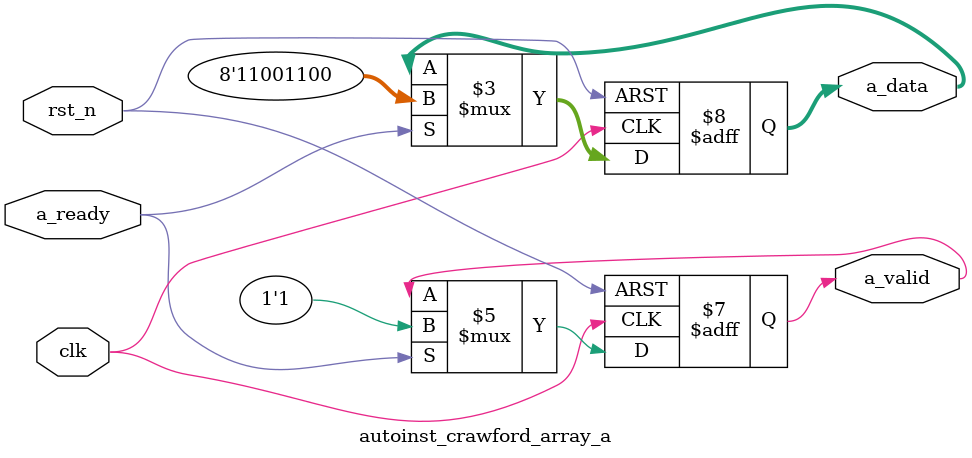
<source format=v>
`define auto_trq #1     // clock to q delay
`define auto_tcq #1     // reset to q delay

module autoinst_crawford_array_a(/*AUTOARG*/
                                 // Outputs
                                 a_valid, a_data,
                                 // Inputs
                                 a_ready, clk, rst_n
                                 );
   
   // a interface
   output       a_valid;
   output [7:0] a_data;
   input        a_ready;
   
   // clock interface
   input        clk;
   input        rst_n;
   
   /*AUTOREG*/
   // Beginning of automatic regs (for this module's undeclared outputs)
   reg [7:0]    a_data;
   reg          a_valid;
   // End of automatics
   
   always @(posedge clk or negedge rst_n) begin
      if(~rst_n) begin
         a_valid    <= `auto_trq 0;
         a_data     <= `auto_trq 0;
      end
      else begin
         if(a_ready) begin
            a_valid <= `auto_tcq 1;
            a_data  <= `auto_tcq 8'hcc;
         end
      end
   end
   
endmodule

</source>
